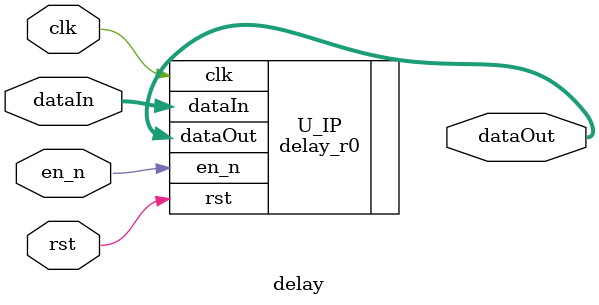
<source format=v>
/*
DESCRIPTION:
General Delay Wrapper Entity

NOTES:
This module is to be called by other modules for a functional entity.
This module wraps various implementations.

TODO:

*/

module delay #(
	parameter BIT_WIDTH = 32,
	parameter DEPTH = 1,
	parameter DELAY = 1,
	parameter ARCH_SEL = 0
)(
	input clk,
	input rst,
	input en_n,
	input [BIT_WIDTH*DEPTH-1:0] dataIn,
	output [BIT_WIDTH*DEPTH-1:0] dataOut
);

	/**********
	 * Internal Signals
	 **********/
	/**********
	 * Glue Logic 
	 **********/
	/**********
	 * Synchronous Logic
	 **********/
	/**********
	 * Glue Logic 
	 **********/
	/**********
	 * Components
	 **********/
//generate if(!ARCH_SEL) //since only have a single implementation, dont need now
	delay_r0 #(
		.BIT_WIDTH(BIT_WIDTH),
		.DEPTH(DEPTH),
		.DELAY(DELAY)
	)U_IP(
		.clk(clk),
		.rst(rst),
		.en_n(en_n),
		.dataIn(dataIn),
		.dataOut(dataOut)
	);
//endgenerate	

	/**********
	 * Output Combinatorial Logic
	 **********/


endmodule
</source>
